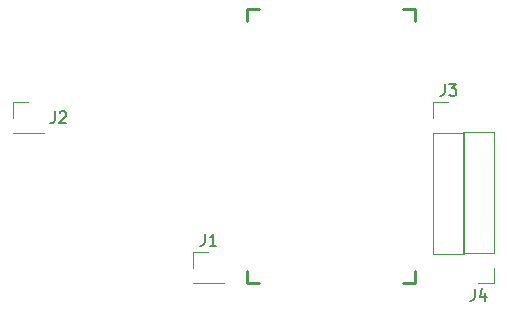
<source format=gbr>
%TF.GenerationSoftware,KiCad,Pcbnew,7.0.1*%
%TF.CreationDate,2024-02-11T20:07:16+03:00*%
%TF.ProjectId,jdy40_remote_button,6a647934-305f-4726-956d-6f74655f6275,rev?*%
%TF.SameCoordinates,Original*%
%TF.FileFunction,Legend,Top*%
%TF.FilePolarity,Positive*%
%FSLAX46Y46*%
G04 Gerber Fmt 4.6, Leading zero omitted, Abs format (unit mm)*
G04 Created by KiCad (PCBNEW 7.0.1) date 2024-02-11 20:07:16*
%MOMM*%
%LPD*%
G01*
G04 APERTURE LIST*
%ADD10C,0.150000*%
%ADD11C,0.254000*%
%ADD12C,0.120000*%
G04 APERTURE END LIST*
D10*
%TO.C,J4*%
X110426666Y-72912619D02*
X110426666Y-73626904D01*
X110426666Y-73626904D02*
X110379047Y-73769761D01*
X110379047Y-73769761D02*
X110283809Y-73865000D01*
X110283809Y-73865000D02*
X110140952Y-73912619D01*
X110140952Y-73912619D02*
X110045714Y-73912619D01*
X111331428Y-73245952D02*
X111331428Y-73912619D01*
X111093333Y-72865000D02*
X110855238Y-73579285D01*
X110855238Y-73579285D02*
X111474285Y-73579285D01*
%TO.C,J2*%
X74866666Y-57882619D02*
X74866666Y-58596904D01*
X74866666Y-58596904D02*
X74819047Y-58739761D01*
X74819047Y-58739761D02*
X74723809Y-58835000D01*
X74723809Y-58835000D02*
X74580952Y-58882619D01*
X74580952Y-58882619D02*
X74485714Y-58882619D01*
X75295238Y-57977857D02*
X75342857Y-57930238D01*
X75342857Y-57930238D02*
X75438095Y-57882619D01*
X75438095Y-57882619D02*
X75676190Y-57882619D01*
X75676190Y-57882619D02*
X75771428Y-57930238D01*
X75771428Y-57930238D02*
X75819047Y-57977857D01*
X75819047Y-57977857D02*
X75866666Y-58073095D01*
X75866666Y-58073095D02*
X75866666Y-58168333D01*
X75866666Y-58168333D02*
X75819047Y-58311190D01*
X75819047Y-58311190D02*
X75247619Y-58882619D01*
X75247619Y-58882619D02*
X75866666Y-58882619D01*
%TO.C,J1*%
X87566666Y-68252619D02*
X87566666Y-68966904D01*
X87566666Y-68966904D02*
X87519047Y-69109761D01*
X87519047Y-69109761D02*
X87423809Y-69205000D01*
X87423809Y-69205000D02*
X87280952Y-69252619D01*
X87280952Y-69252619D02*
X87185714Y-69252619D01*
X88566666Y-69252619D02*
X87995238Y-69252619D01*
X88280952Y-69252619D02*
X88280952Y-68252619D01*
X88280952Y-68252619D02*
X88185714Y-68395476D01*
X88185714Y-68395476D02*
X88090476Y-68490714D01*
X88090476Y-68490714D02*
X87995238Y-68538333D01*
%TO.C,J3*%
X107886666Y-55557619D02*
X107886666Y-56271904D01*
X107886666Y-56271904D02*
X107839047Y-56414761D01*
X107839047Y-56414761D02*
X107743809Y-56510000D01*
X107743809Y-56510000D02*
X107600952Y-56557619D01*
X107600952Y-56557619D02*
X107505714Y-56557619D01*
X108267619Y-55557619D02*
X108886666Y-55557619D01*
X108886666Y-55557619D02*
X108553333Y-55938571D01*
X108553333Y-55938571D02*
X108696190Y-55938571D01*
X108696190Y-55938571D02*
X108791428Y-55986190D01*
X108791428Y-55986190D02*
X108839047Y-56033809D01*
X108839047Y-56033809D02*
X108886666Y-56129047D01*
X108886666Y-56129047D02*
X108886666Y-56367142D01*
X108886666Y-56367142D02*
X108839047Y-56462380D01*
X108839047Y-56462380D02*
X108791428Y-56510000D01*
X108791428Y-56510000D02*
X108696190Y-56557619D01*
X108696190Y-56557619D02*
X108410476Y-56557619D01*
X108410476Y-56557619D02*
X108315238Y-56510000D01*
X108315238Y-56510000D02*
X108267619Y-56462380D01*
D11*
%TO.C,DD1*%
X91160000Y-50220000D02*
X91160000Y-49220000D01*
X91160000Y-71420000D02*
X91160000Y-72420000D01*
X92160000Y-49220000D02*
X91160000Y-49220000D01*
X92160000Y-72420000D02*
X91160000Y-72420000D01*
X104360000Y-49220000D02*
X105360000Y-49220000D01*
X104360000Y-72420000D02*
X105360000Y-72420000D01*
X105360000Y-50220000D02*
X105360000Y-49220000D01*
X105360000Y-71420000D02*
X105360000Y-72420000D01*
D12*
%TO.C,J4*%
X112090000Y-72450000D02*
X110760000Y-72450000D01*
X112090000Y-71120000D02*
X112090000Y-72450000D01*
X112090000Y-69850000D02*
X112090000Y-59630000D01*
X112090000Y-69850000D02*
X109430000Y-69850000D01*
X112090000Y-59630000D02*
X109430000Y-59630000D01*
X109430000Y-69850000D02*
X109430000Y-59630000D01*
%TO.C,J2*%
X71330000Y-57090000D02*
X72660000Y-57090000D01*
X71330000Y-58420000D02*
X71330000Y-57090000D01*
X71330000Y-59690000D02*
X71330000Y-59750000D01*
X71330000Y-59690000D02*
X73990000Y-59690000D01*
X71330000Y-59750000D02*
X73990000Y-59750000D01*
X73990000Y-59690000D02*
X73990000Y-59750000D01*
%TO.C,J1*%
X86570000Y-69790000D02*
X87900000Y-69790000D01*
X86570000Y-71120000D02*
X86570000Y-69790000D01*
X86570000Y-72390000D02*
X86570000Y-72450000D01*
X86570000Y-72390000D02*
X89230000Y-72390000D01*
X86570000Y-72450000D02*
X89230000Y-72450000D01*
X89230000Y-72390000D02*
X89230000Y-72450000D01*
%TO.C,J3*%
X106890000Y-57095000D02*
X108220000Y-57095000D01*
X106890000Y-58425000D02*
X106890000Y-57095000D01*
X106890000Y-59695000D02*
X106890000Y-69915000D01*
X106890000Y-59695000D02*
X109550000Y-59695000D01*
X106890000Y-69915000D02*
X109550000Y-69915000D01*
X109550000Y-59695000D02*
X109550000Y-69915000D01*
%TD*%
M02*

</source>
